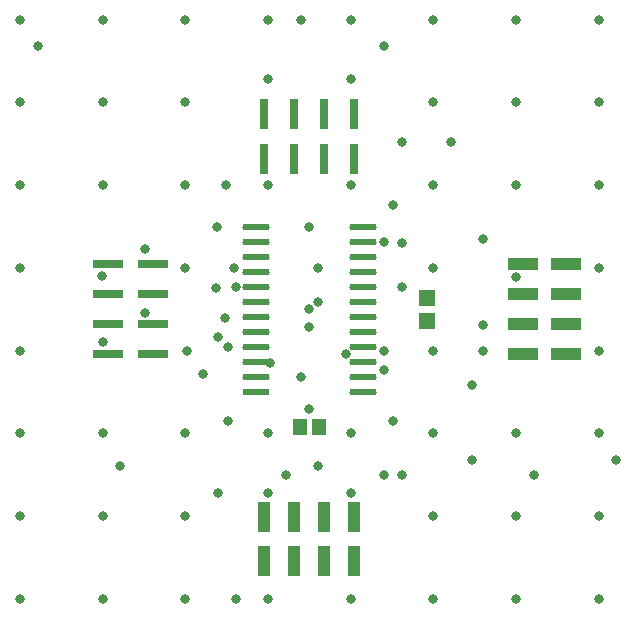
<source format=gbr>
%TF.GenerationSoftware,Altium Limited,Altium Designer,22.2.1 (43)*%
G04 Layer_Color=16711935*
%FSLAX43Y43*%
%MOMM*%
%TF.SameCoordinates,12936C2D-F9F3-4D5E-B855-D0F9E265F173*%
%TF.FilePolarity,Negative*%
%TF.FileFunction,Soldermask,Bot*%
%TF.Part,Single*%
G01*
G75*
%TA.AperFunction,ViaPad*%
%ADD13C,0.800*%
%TA.AperFunction,SMDPad,CuDef*%
%ADD14R,0.800X2.500*%
%ADD15R,2.500X0.800*%
%ADD16R,2.500X1.000*%
%ADD17R,1.000X2.500*%
G04:AMPARAMS|DCode=18|XSize=2.298mm|YSize=0.567mm|CornerRadius=0.283mm|HoleSize=0mm|Usage=FLASHONLY|Rotation=0.000|XOffset=0mm|YOffset=0mm|HoleType=Round|Shape=RoundedRectangle|*
%AMROUNDEDRECTD18*
21,1,2.298,0.000,0,0,0.0*
21,1,1.731,0.567,0,0,0.0*
1,1,0.567,0.865,0.000*
1,1,0.567,-0.865,0.000*
1,1,0.567,-0.865,0.000*
1,1,0.567,0.865,0.000*
%
%ADD18ROUNDEDRECTD18*%
%ADD19R,2.298X0.567*%
%ADD20R,1.300X1.450*%
%ADD21R,1.450X1.350*%
D13*
X19000Y21986D02*
D03*
X17621Y24000D02*
D03*
X28000Y19024D02*
D03*
X17500Y31000D02*
D03*
X20962Y38000D02*
D03*
X20141Y29313D02*
D03*
X21781Y29413D02*
D03*
X21645Y31013D02*
D03*
X20163Y34485D02*
D03*
X20903Y26771D02*
D03*
X54000Y14740D02*
D03*
X41771D02*
D03*
Y21090D02*
D03*
X31123Y23690D02*
D03*
X35097Y18042D02*
D03*
X38500Y24000D02*
D03*
X34357Y22315D02*
D03*
X27260Y21745D02*
D03*
X42672Y26170D02*
D03*
Y24000D02*
D03*
X35837Y29337D02*
D03*
X34357Y24000D02*
D03*
X46990Y13491D02*
D03*
X38500Y17000D02*
D03*
X35852Y13470D02*
D03*
X34346Y33215D02*
D03*
X35852Y33140D02*
D03*
X38500Y38000D02*
D03*
Y45000D02*
D03*
Y52000D02*
D03*
X40000Y41664D02*
D03*
X35814D02*
D03*
X35111Y36305D02*
D03*
X26000Y13491D02*
D03*
X34357Y13470D02*
D03*
X24665Y22964D02*
D03*
X21099Y24325D02*
D03*
X20300Y25154D02*
D03*
X12000Y14232D02*
D03*
X28740D02*
D03*
Y28146D02*
D03*
Y30996D02*
D03*
X28000Y34485D02*
D03*
X45500Y38000D02*
D03*
X42672Y33460D02*
D03*
X31500Y38000D02*
D03*
X31496Y46998D02*
D03*
X5000Y49792D02*
D03*
X34357D02*
D03*
X21764Y3000D02*
D03*
X28000Y27500D02*
D03*
X20300Y11966D02*
D03*
X28000Y26030D02*
D03*
X3500Y31000D02*
D03*
X14115Y27186D02*
D03*
X27300Y52011D02*
D03*
X31500Y17000D02*
D03*
X21082Y18042D02*
D03*
X24500Y17000D02*
D03*
X14115Y32624D02*
D03*
X52500Y24000D02*
D03*
X38500Y31000D02*
D03*
X24491Y47001D02*
D03*
X24538Y11946D02*
D03*
X31496D02*
D03*
X10456Y30306D02*
D03*
X10529Y24759D02*
D03*
X45500Y30260D02*
D03*
X3500Y52000D02*
D03*
Y45000D02*
D03*
Y38000D02*
D03*
Y24000D02*
D03*
Y17000D02*
D03*
Y10000D02*
D03*
X52500D02*
D03*
X38500D02*
D03*
X17500D02*
D03*
X10500D02*
D03*
X45500D02*
D03*
X52500Y3000D02*
D03*
X38500D02*
D03*
X31500D02*
D03*
X24500D02*
D03*
X17500D02*
D03*
X10500D02*
D03*
X3500D02*
D03*
X45500D02*
D03*
X52500Y17000D02*
D03*
X17500D02*
D03*
X10500D02*
D03*
X45500D02*
D03*
X52500Y31000D02*
D03*
Y38000D02*
D03*
X24500D02*
D03*
X17500D02*
D03*
X10500D02*
D03*
X45500Y45000D02*
D03*
X10500D02*
D03*
X17500D02*
D03*
X52500D02*
D03*
Y52000D02*
D03*
X45500D02*
D03*
X31500D02*
D03*
X24500D02*
D03*
X17500D02*
D03*
X10500D02*
D03*
D14*
X24190Y44040D02*
D03*
X26730D02*
D03*
X24190Y40210D02*
D03*
X26730D02*
D03*
X29270Y44040D02*
D03*
X31810D02*
D03*
X29270Y40210D02*
D03*
X31810D02*
D03*
D15*
X14790Y31310D02*
D03*
Y28770D02*
D03*
X10960Y31310D02*
D03*
Y28770D02*
D03*
X14790Y26230D02*
D03*
Y23690D02*
D03*
X10960Y26230D02*
D03*
Y23690D02*
D03*
D16*
X46080Y31310D02*
D03*
Y28770D02*
D03*
X49780Y31310D02*
D03*
Y28770D02*
D03*
Y23690D02*
D03*
X46080D02*
D03*
X49780Y26230D02*
D03*
X46080D02*
D03*
D17*
X26730Y9920D02*
D03*
Y6220D02*
D03*
X24190Y9920D02*
D03*
Y6220D02*
D03*
X29270D02*
D03*
X31810D02*
D03*
X29270Y9920D02*
D03*
X31810D02*
D03*
D18*
X32528Y20515D02*
D03*
Y21785D02*
D03*
Y23055D02*
D03*
Y24325D02*
D03*
Y25595D02*
D03*
Y26865D02*
D03*
Y28135D02*
D03*
Y29405D02*
D03*
Y30675D02*
D03*
Y31945D02*
D03*
Y33215D02*
D03*
Y34485D02*
D03*
X23472D02*
D03*
Y33215D02*
D03*
Y31945D02*
D03*
Y30675D02*
D03*
Y29405D02*
D03*
Y28135D02*
D03*
Y26865D02*
D03*
Y25595D02*
D03*
Y24325D02*
D03*
Y23055D02*
D03*
Y21785D02*
D03*
D19*
Y20515D02*
D03*
D20*
X28825Y17500D02*
D03*
X27175D02*
D03*
D21*
X38000Y26500D02*
D03*
Y28450D02*
D03*
%TF.MD5,5ecb56395b7f6e7e76a3e0a79b68236f*%
M02*

</source>
